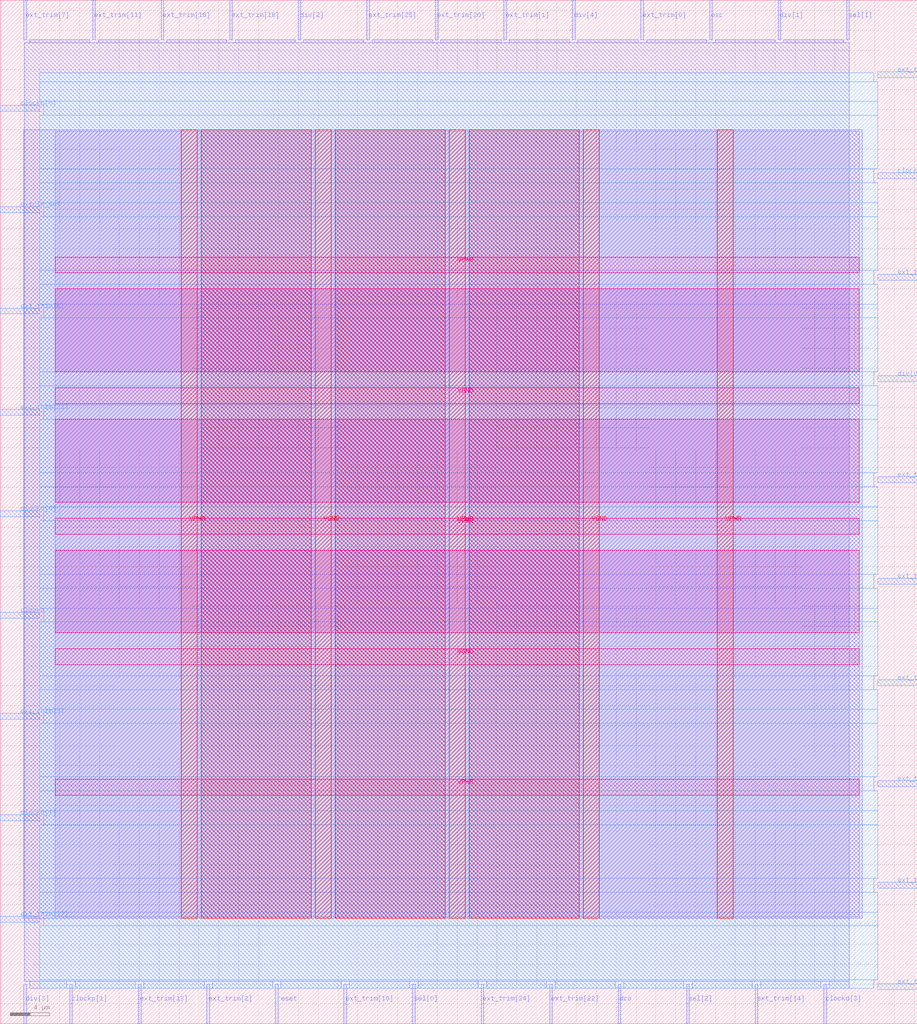
<source format=lef>
VERSION 5.7 ;
  NOWIREEXTENSIONATPIN ON ;
  DIVIDERCHAR "/" ;
  BUSBITCHARS "[]" ;
MACRO digital_pll
  CLASS BLOCK ;
  FOREIGN digital_pll ;
  ORIGIN 0.000 0.000 ;
  SIZE 92.300 BY 103.020 ;
  PIN clockc
    DIRECTION OUTPUT TRISTATE ;
    USE SIGNAL ;
    PORT
      LAYER met3 ;
        RECT 0.000 40.840 4.000 41.440 ;
    END
  END clockc
  PIN clockd[0]
    DIRECTION OUTPUT TRISTATE ;
    USE SIGNAL ;
    PORT
      LAYER met3 ;
        RECT 0.000 51.040 4.000 51.640 ;
    END
  END clockd[0]
  PIN clockd[1]
    DIRECTION OUTPUT TRISTATE ;
    USE SIGNAL ;
    PORT
      LAYER met3 ;
        RECT 0.000 20.440 4.000 21.040 ;
    END
  END clockd[1]
  PIN clockd[2]
    DIRECTION OUTPUT TRISTATE ;
    USE SIGNAL ;
    PORT
      LAYER met3 ;
        RECT 88.300 85.040 92.300 85.640 ;
    END
  END clockd[2]
  PIN clockd[3]
    DIRECTION OUTPUT TRISTATE ;
    USE SIGNAL ;
    PORT
      LAYER met2 ;
        RECT 82.890 0.000 83.170 4.000 ;
    END
  END clockd[3]
  PIN clockp[0]
    DIRECTION OUTPUT TRISTATE ;
    USE SIGNAL ;
    PORT
      LAYER met3 ;
        RECT 0.000 91.840 4.000 92.440 ;
    END
  END clockp[0]
  PIN clockp[1]
    DIRECTION OUTPUT TRISTATE ;
    USE SIGNAL ;
    PORT
      LAYER met2 ;
        RECT 6.990 0.000 7.270 4.000 ;
    END
  END clockp[1]
  PIN dco
    DIRECTION INPUT ;
    USE SIGNAL ;
    PORT
      LAYER met2 ;
        RECT 62.190 0.000 62.470 4.000 ;
    END
  END dco
  PIN div[0]
    DIRECTION INPUT ;
    USE SIGNAL ;
    PORT
      LAYER met3 ;
        RECT 88.300 64.640 92.300 65.240 ;
    END
  END div[0]
  PIN div[1]
    DIRECTION INPUT ;
    USE SIGNAL ;
    PORT
      LAYER met2 ;
        RECT 78.290 99.020 78.570 103.020 ;
    END
  END div[1]
  PIN div[2]
    DIRECTION INPUT ;
    USE SIGNAL ;
    PORT
      LAYER met2 ;
        RECT 29.990 99.020 30.270 103.020 ;
    END
  END div[2]
  PIN div[3]
    DIRECTION INPUT ;
    USE SIGNAL ;
    PORT
      LAYER met2 ;
        RECT 2.390 0.000 2.670 4.000 ;
    END
  END div[3]
  PIN div[4]
    DIRECTION INPUT ;
    USE SIGNAL ;
    PORT
      LAYER met2 ;
        RECT 57.590 99.020 57.870 103.020 ;
    END
  END div[4]
  PIN ext_trim[0]
    DIRECTION INPUT ;
    USE SIGNAL ;
    PORT
      LAYER met2 ;
        RECT 64.490 99.020 64.770 103.020 ;
    END
  END ext_trim[0]
  PIN ext_trim[10]
    DIRECTION INPUT ;
    USE SIGNAL ;
    PORT
      LAYER met2 ;
        RECT 34.590 0.000 34.870 4.000 ;
    END
  END ext_trim[10]
  PIN ext_trim[11]
    DIRECTION INPUT ;
    USE SIGNAL ;
    PORT
      LAYER met2 ;
        RECT 9.290 99.020 9.570 103.020 ;
    END
  END ext_trim[11]
  PIN ext_trim[12]
    DIRECTION INPUT ;
    USE SIGNAL ;
    PORT
      LAYER met3 ;
        RECT 88.300 23.840 92.300 24.440 ;
    END
  END ext_trim[12]
  PIN ext_trim[13]
    DIRECTION INPUT ;
    USE SIGNAL ;
    PORT
      LAYER met2 ;
        RECT 13.890 0.000 14.170 4.000 ;
    END
  END ext_trim[13]
  PIN ext_trim[14]
    DIRECTION INPUT ;
    USE SIGNAL ;
    PORT
      LAYER met2 ;
        RECT 75.990 0.000 76.270 4.000 ;
    END
  END ext_trim[14]
  PIN ext_trim[15]
    DIRECTION INPUT ;
    USE SIGNAL ;
    PORT
      LAYER met3 ;
        RECT 88.300 74.840 92.300 75.440 ;
    END
  END ext_trim[15]
  PIN ext_trim[16]
    DIRECTION INPUT ;
    USE SIGNAL ;
    PORT
      LAYER met2 ;
        RECT 16.190 99.020 16.470 103.020 ;
    END
  END ext_trim[16]
  PIN ext_trim[17]
    DIRECTION INPUT ;
    USE SIGNAL ;
    PORT
      LAYER met3 ;
        RECT 0.000 10.240 4.000 10.840 ;
    END
  END ext_trim[17]
  PIN ext_trim[18]
    DIRECTION INPUT ;
    USE SIGNAL ;
    PORT
      LAYER met2 ;
        RECT 23.090 99.020 23.370 103.020 ;
    END
  END ext_trim[18]
  PIN ext_trim[19]
    DIRECTION INPUT ;
    USE SIGNAL ;
    PORT
      LAYER met3 ;
        RECT 88.300 44.240 92.300 44.840 ;
    END
  END ext_trim[19]
  PIN ext_trim[1]
    DIRECTION INPUT ;
    USE SIGNAL ;
    PORT
      LAYER met2 ;
        RECT 50.690 99.020 50.970 103.020 ;
    END
  END ext_trim[1]
  PIN ext_trim[20]
    DIRECTION INPUT ;
    USE SIGNAL ;
    PORT
      LAYER met2 ;
        RECT 43.790 99.020 44.070 103.020 ;
    END
  END ext_trim[20]
  PIN ext_trim[21]
    DIRECTION INPUT ;
    USE SIGNAL ;
    PORT
      LAYER met3 ;
        RECT 0.000 61.240 4.000 61.840 ;
    END
  END ext_trim[21]
  PIN ext_trim[22]
    DIRECTION INPUT ;
    USE SIGNAL ;
    PORT
      LAYER met2 ;
        RECT 55.290 0.000 55.570 4.000 ;
    END
  END ext_trim[22]
  PIN ext_trim[23]
    DIRECTION INPUT ;
    USE SIGNAL ;
    PORT
      LAYER met3 ;
        RECT 88.300 95.240 92.300 95.840 ;
    END
  END ext_trim[23]
  PIN ext_trim[24]
    DIRECTION INPUT ;
    USE SIGNAL ;
    PORT
      LAYER met2 ;
        RECT 48.390 0.000 48.670 4.000 ;
    END
  END ext_trim[24]
  PIN ext_trim[25]
    DIRECTION INPUT ;
    USE SIGNAL ;
    PORT
      LAYER met2 ;
        RECT 36.890 99.020 37.170 103.020 ;
    END
  END ext_trim[25]
  PIN ext_trim[2]
    DIRECTION INPUT ;
    USE SIGNAL ;
    PORT
      LAYER met2 ;
        RECT 20.790 0.000 21.070 4.000 ;
    END
  END ext_trim[2]
  PIN ext_trim[3]
    DIRECTION INPUT ;
    USE SIGNAL ;
    PORT
      LAYER met3 ;
        RECT 88.300 34.040 92.300 34.640 ;
    END
  END ext_trim[3]
  PIN ext_trim[4]
    DIRECTION INPUT ;
    USE SIGNAL ;
    PORT
      LAYER met3 ;
        RECT 88.300 3.440 92.300 4.040 ;
    END
  END ext_trim[4]
  PIN ext_trim[5]
    DIRECTION INPUT ;
    USE SIGNAL ;
    PORT
      LAYER met3 ;
        RECT 88.300 54.440 92.300 55.040 ;
    END
  END ext_trim[5]
  PIN ext_trim[6]
    DIRECTION INPUT ;
    USE SIGNAL ;
    PORT
      LAYER met3 ;
        RECT 0.000 71.440 4.000 72.040 ;
    END
  END ext_trim[6]
  PIN ext_trim[7]
    DIRECTION INPUT ;
    USE SIGNAL ;
    PORT
      LAYER met2 ;
        RECT 2.390 99.020 2.670 103.020 ;
    END
  END ext_trim[7]
  PIN ext_trim[8]
    DIRECTION INPUT ;
    USE SIGNAL ;
    PORT
      LAYER met3 ;
        RECT 0.000 30.640 4.000 31.240 ;
    END
  END ext_trim[8]
  PIN ext_trim[9]
    DIRECTION INPUT ;
    USE SIGNAL ;
    PORT
      LAYER met3 ;
        RECT 88.300 13.640 92.300 14.240 ;
    END
  END ext_trim[9]
  PIN extclk_sel
    DIRECTION INPUT ;
    USE SIGNAL ;
    PORT
      LAYER met3 ;
        RECT 0.000 81.640 4.000 82.240 ;
    END
  END extclk_sel
  PIN osc
    DIRECTION INPUT ;
    USE SIGNAL ;
    PORT
      LAYER met2 ;
        RECT 71.390 99.020 71.670 103.020 ;
    END
  END osc
  PIN reset
    DIRECTION INPUT ;
    USE SIGNAL ;
    PORT
      LAYER met2 ;
        RECT 27.690 0.000 27.970 4.000 ;
    END
  END reset
  PIN sel[0]
    DIRECTION INPUT ;
    USE SIGNAL ;
    PORT
      LAYER met2 ;
        RECT 41.490 0.000 41.770 4.000 ;
    END
  END sel[0]
  PIN sel[1]
    DIRECTION INPUT ;
    USE SIGNAL ;
    PORT
      LAYER met2 ;
        RECT 85.190 99.020 85.470 103.020 ;
    END
  END sel[1]
  PIN sel[2]
    DIRECTION INPUT ;
    USE SIGNAL ;
    PORT
      LAYER met2 ;
        RECT 69.090 0.000 69.370 4.000 ;
    END
  END sel[2]
  PIN VPWR
    DIRECTION INOUT ;
    USE POWER ;
    PORT
      LAYER met4 ;
        RECT 72.185 10.640 73.785 90.000 ;
    END
  END VPWR
  PIN VPWR
    DIRECTION INOUT ;
    USE POWER ;
    PORT
      LAYER met4 ;
        RECT 45.200 10.640 46.800 90.000 ;
    END
  END VPWR
  PIN VPWR
    DIRECTION INOUT ;
    USE POWER ;
    PORT
      LAYER met4 ;
        RECT 18.215 10.640 19.815 90.000 ;
    END
  END VPWR
  PIN VPWR
    DIRECTION INOUT ;
    USE POWER ;
    PORT
      LAYER met5 ;
        RECT 5.520 75.575 86.480 77.175 ;
    END
  END VPWR
  PIN VPWR
    DIRECTION INOUT ;
    USE POWER ;
    PORT
      LAYER met5 ;
        RECT 5.520 49.280 86.480 50.880 ;
    END
  END VPWR
  PIN VPWR
    DIRECTION INOUT ;
    USE POWER ;
    PORT
      LAYER met5 ;
        RECT 5.520 22.985 86.480 24.585 ;
    END
  END VPWR
  PIN VGND
    DIRECTION INOUT ;
    USE GROUND ;
    PORT
      LAYER met4 ;
        RECT 58.695 10.640 60.295 90.000 ;
    END
  END VGND
  PIN VGND
    DIRECTION INOUT ;
    USE GROUND ;
    PORT
      LAYER met4 ;
        RECT 31.705 10.640 33.305 90.000 ;
    END
  END VGND
  PIN VGND
    DIRECTION INOUT ;
    USE GROUND ;
    PORT
      LAYER met5 ;
        RECT 5.520 62.425 86.480 64.025 ;
    END
  END VGND
  PIN VGND
    DIRECTION INOUT ;
    USE GROUND ;
    PORT
      LAYER met5 ;
        RECT 5.520 36.135 86.480 37.735 ;
    END
  END VGND
  OBS
      LAYER li1 ;
        RECT 5.520 10.795 86.480 89.845 ;
      LAYER met1 ;
        RECT 2.370 10.640 86.780 90.000 ;
      LAYER met2 ;
        RECT 2.950 98.740 9.010 99.020 ;
        RECT 9.850 98.740 15.910 99.020 ;
        RECT 16.750 98.740 22.810 99.020 ;
        RECT 23.650 98.740 29.710 99.020 ;
        RECT 30.550 98.740 36.610 99.020 ;
        RECT 37.450 98.740 43.510 99.020 ;
        RECT 44.350 98.740 50.410 99.020 ;
        RECT 51.250 98.740 57.310 99.020 ;
        RECT 58.150 98.740 64.210 99.020 ;
        RECT 65.050 98.740 71.110 99.020 ;
        RECT 71.950 98.740 78.010 99.020 ;
        RECT 78.850 98.740 84.910 99.020 ;
        RECT 2.400 4.280 85.460 98.740 ;
        RECT 2.950 3.555 6.710 4.280 ;
        RECT 7.550 3.555 13.610 4.280 ;
        RECT 14.450 3.555 20.510 4.280 ;
        RECT 21.350 3.555 27.410 4.280 ;
        RECT 28.250 3.555 34.310 4.280 ;
        RECT 35.150 3.555 41.210 4.280 ;
        RECT 42.050 3.555 48.110 4.280 ;
        RECT 48.950 3.555 55.010 4.280 ;
        RECT 55.850 3.555 61.910 4.280 ;
        RECT 62.750 3.555 68.810 4.280 ;
        RECT 69.650 3.555 75.710 4.280 ;
        RECT 76.550 3.555 82.610 4.280 ;
        RECT 83.450 3.555 85.460 4.280 ;
      LAYER met3 ;
        RECT 4.000 94.840 87.900 95.705 ;
        RECT 4.000 92.840 88.300 94.840 ;
        RECT 4.400 91.440 88.300 92.840 ;
        RECT 4.000 86.040 88.300 91.440 ;
        RECT 4.000 84.640 87.900 86.040 ;
        RECT 4.000 82.640 88.300 84.640 ;
        RECT 4.400 81.240 88.300 82.640 ;
        RECT 4.000 75.840 88.300 81.240 ;
        RECT 4.000 74.440 87.900 75.840 ;
        RECT 4.000 72.440 88.300 74.440 ;
        RECT 4.400 71.040 88.300 72.440 ;
        RECT 4.000 65.640 88.300 71.040 ;
        RECT 4.000 64.240 87.900 65.640 ;
        RECT 4.000 62.240 88.300 64.240 ;
        RECT 4.400 60.840 88.300 62.240 ;
        RECT 4.000 55.440 88.300 60.840 ;
        RECT 4.000 54.040 87.900 55.440 ;
        RECT 4.000 52.040 88.300 54.040 ;
        RECT 4.400 50.640 88.300 52.040 ;
        RECT 4.000 45.240 88.300 50.640 ;
        RECT 4.000 43.840 87.900 45.240 ;
        RECT 4.000 41.840 88.300 43.840 ;
        RECT 4.400 40.440 88.300 41.840 ;
        RECT 4.000 35.040 88.300 40.440 ;
        RECT 4.000 33.640 87.900 35.040 ;
        RECT 4.000 31.640 88.300 33.640 ;
        RECT 4.400 30.240 88.300 31.640 ;
        RECT 4.000 24.840 88.300 30.240 ;
        RECT 4.000 23.440 87.900 24.840 ;
        RECT 4.000 21.440 88.300 23.440 ;
        RECT 4.400 20.040 88.300 21.440 ;
        RECT 4.000 14.640 88.300 20.040 ;
        RECT 4.000 13.240 87.900 14.640 ;
        RECT 4.000 11.240 88.300 13.240 ;
        RECT 4.400 9.840 88.300 11.240 ;
        RECT 4.000 4.440 88.300 9.840 ;
        RECT 4.000 3.575 87.900 4.440 ;
      LAYER met4 ;
        RECT 20.215 10.640 31.305 90.000 ;
        RECT 33.705 10.640 44.800 90.000 ;
        RECT 47.200 10.640 58.295 90.000 ;
      LAYER met5 ;
        RECT 5.520 65.625 86.480 73.975 ;
        RECT 5.520 52.480 86.480 60.825 ;
        RECT 5.520 39.335 86.480 47.680 ;
  END
END digital_pll
END LIBRARY


</source>
